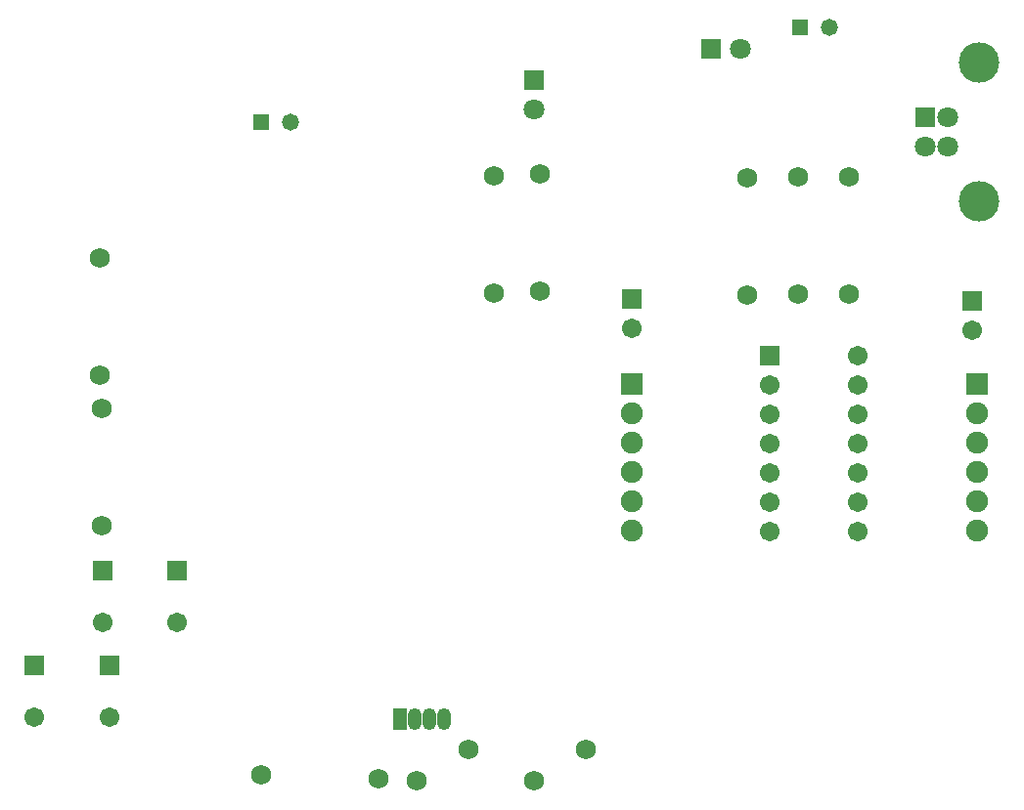
<source format=gbr>
G04 DipTrace 3.0.0.2*
G04 BottomMask.gbr*
%MOMM*%
G04 #@! TF.FileFunction,Soldermask,Bot*
G04 #@! TF.Part,Single*
%ADD54C,1.704*%
%ADD58C,1.728*%
%ADD60C,1.728*%
%ADD62C,3.504*%
%ADD64C,1.804*%
%ADD66C,1.904*%
%ADD68R,1.904X1.904*%
%ADD70C,1.704*%
%ADD72R,1.704X1.704*%
%ADD74R,1.254X1.904*%
%ADD76O,1.254X1.904*%
%ADD78R,1.474X1.474*%
%ADD80C,1.474*%
%ADD82R,1.804X1.804*%
%ADD84C,1.804*%
%FSLAX35Y35*%
G04*
G71*
G90*
G75*
G01*
G04 BotMask*
%LPD*%
D84*
X5717790Y6969073D3*
D82*
Y7223073D3*
D84*
X7500567Y7489987D3*
D82*
X7246567D3*
D80*
X8267897Y7676823D3*
D78*
X8013897D3*
D80*
X3606923Y6855433D3*
D78*
X3352923D3*
D76*
X4937540Y1683313D3*
X4683540D3*
D74*
X4556540D3*
D76*
X4810540D3*
D72*
X6562640Y5324070D3*
D70*
Y5070070D3*
D72*
X9505850Y5308413D3*
D70*
Y5054413D3*
D68*
X9549370Y4583927D3*
D66*
Y4329927D3*
Y4075927D3*
Y3821927D3*
Y3567927D3*
Y3313927D3*
D68*
X6560047Y4590347D3*
D66*
Y4336347D3*
Y4082347D3*
Y3828347D3*
Y3574347D3*
Y3320347D3*
D82*
X9097703Y6894820D3*
D64*
Y6644820D3*
X9297703D3*
Y6894820D3*
D62*
X9568703Y6167820D3*
Y7371820D3*
D60*
X5763290Y5388860D3*
D58*
Y6404860D3*
D60*
X5365063Y5377910D3*
D58*
Y6393910D3*
D60*
X1953160Y5678873D3*
D58*
Y4662873D3*
D60*
X1972573Y4371377D3*
D58*
Y3355377D3*
D60*
X7563340Y5360220D3*
D58*
Y6376220D3*
D60*
X8002310Y6380047D3*
D58*
Y5364047D3*
D60*
X8442947Y6378453D3*
D58*
Y5362453D3*
D60*
X5144087Y1419180D3*
D58*
X6160087D3*
D60*
X4699633Y1149333D3*
D58*
X5715633D3*
D60*
X3350400Y1196953D3*
D58*
X4365853Y1163593D3*
D72*
X1977503Y2972920D3*
D54*
Y2522920D3*
X2627503D3*
D72*
Y2972920D3*
X1388187Y2151663D3*
D54*
Y1701663D3*
X2038187D3*
D72*
Y2151663D3*
X7758943Y4833760D3*
D70*
Y4579760D3*
Y4325760D3*
Y4071760D3*
Y3817760D3*
Y3563760D3*
Y3309760D3*
X8520943D3*
Y3563760D3*
Y3817760D3*
Y4071760D3*
Y4325760D3*
Y4579760D3*
Y4833760D3*
M02*

</source>
